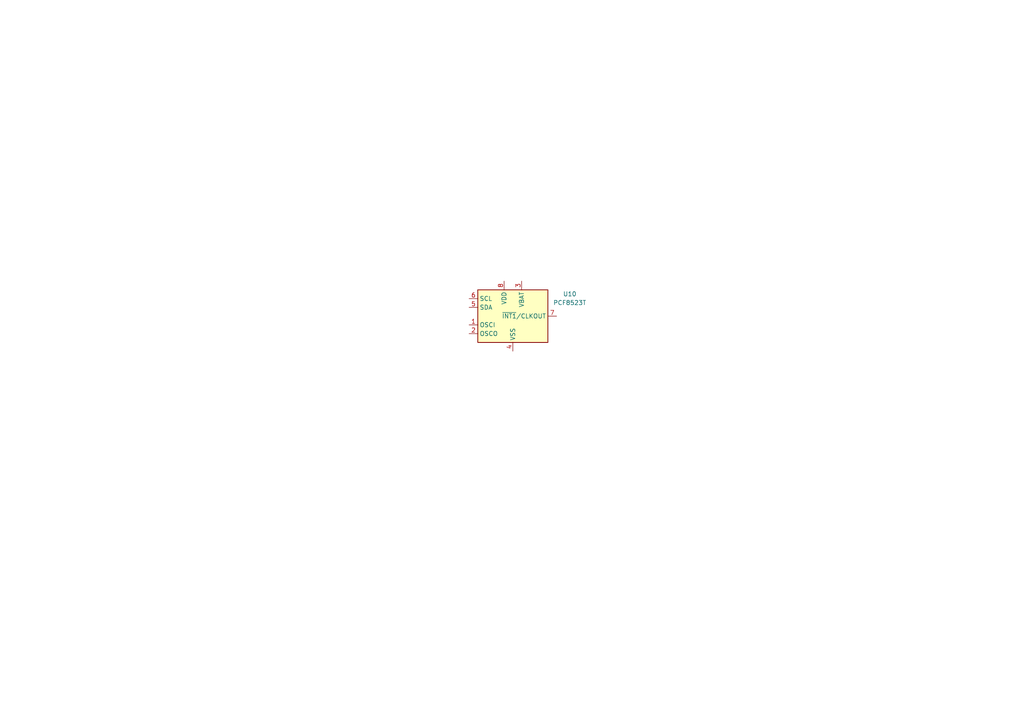
<source format=kicad_sch>
(kicad_sch (version 20250114) (generator "eeschema") (generator_version "9.0")
  (paper "A4")
  (lib_symbols
    (symbol "Timer_RTC:PCF8523T"
      (property "Reference" "U" (at -10.16 8.89 0))
      (property "Value" "PCF8523T" (at 3.81 8.89 0))
      (symbol "PCF8523T_0_1"
        (rectangle (start -10.16 7.62) (end 10.16 -7.62) (stroke (width 0.254)) (fill (type background)))
      )
      (symbol "PCF8523T_1_1"
        (pin input line (at -12.7 5.08 0) (length 2.54) (name "SCL") (number "6"))
        (pin bidirectional line (at -12.7 2.54 0) (length 2.54) (name "SDA") (number "5"))
        (pin input line (at -12.7 -2.54 0) (length 2.54) (name "OSCI") (number "1"))
        (pin output line (at -12.7 -5.08 0) (length 2.54) (name "OSCO") (number "2"))
        (pin power_in line (at -2.54 10.16 270) (length 2.54) (name "VDD") (number "8"))
        (pin power_in line (at 0 -10.16 90) (length 2.54) (name "VSS") (number "4"))
        (pin power_in line (at 2.54 10.16 270) (length 2.54) (name "VBAT") (number "3"))
        (pin open_collector line (at 12.7 0 180) (length 2.54) (name "~{INT1}/CLKOUT") (number "7"))
      )
    )
  )
  (symbol (lib_id "Timer_RTC:PCF8523T") (at 148.7476 91.692 0) (unit 1)
    (property "Reference" "U10" (at 165.2576 85.2718 0))
    (property "Value" "PCF8523T" (at 165.2576 87.8118 0))
    (property "Footprint" "Package_SO:SOIC-8_3.9x4.9mm_P1.27mm" (effects (hide yes)))
    (property "Datasheet" "https://www.nxp.com/docs/en/data-sheet/PCF8523.pdf" (effects (hide yes)))
    (property "Description" "Realtime Clock/Calendar I2C Interface, SOIC-8" (effects (hide yes)))
  )
)
</source>
